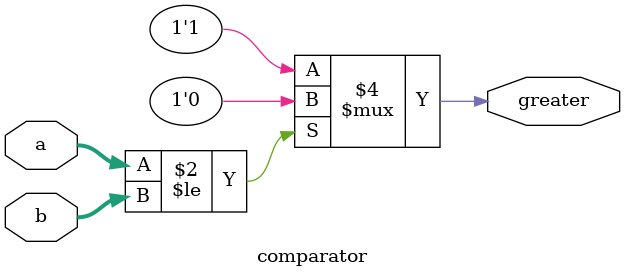
<source format=v>
module range_comparator16(x,y,z,o);
	input signed[16:0]x,y,z;
	output o;

	wire signed[16:0]upper,lower;

	assign upper = y+z;
	assign lower = y-z;
	wire result1,result2;

	comparator c1 (x,upper,result1);
	comparator c2 (x,lower,result2);


	assign o = (~result1 & result2);

endmodule

// checks if a input is within a certain expected range.
// x is +/- z within y, output 1 for true
/*
module range_comparator4(x,y,z,o);
	input s[3:0]x,y,z;
	output o;

	wire [3:0]upper,lower;
	assign signed upper = signed(y)+ signed(z);
	assign signed lower = signed(y)-signed(z);
	wire result1,result2;

	comparator c1 (x,upper,result1);
	comparator c2 (x,lower,result2);

	assign o = (~result1 & result2);
endmodule
*/
module comparator (
    input wire signed [15:0] a,
    input wire signed [15:0] b,
    output reg greater
    );

    always @(*) begin
      if (a<=b) begin
        greater = 0;
      end
      else begin
        greater = 1;
      end
    end
endmodule

</source>
